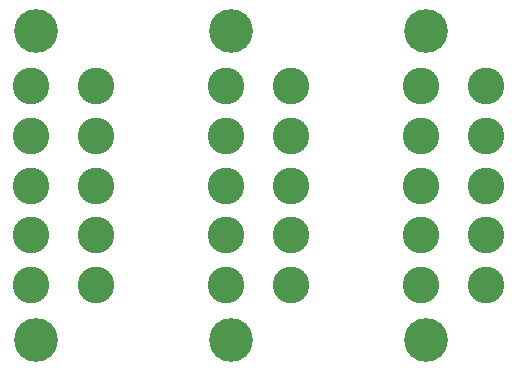
<source format=gbs>
G04 #@! TF.FileFunction,Soldermask,Bot*
%FSLAX46Y46*%
G04 Gerber Fmt 4.6, Leading zero omitted, Abs format (unit mm)*
G04 Created by KiCad (PCBNEW 4.0.0-rc1-stable) date 10/13/2015 3:48:19 PM*
%MOMM*%
G01*
G04 APERTURE LIST*
%ADD10C,0.100000*%
%ADD11C,3.100000*%
%ADD12C,3.700000*%
G04 APERTURE END LIST*
D10*
D11*
X111970000Y-125730000D03*
X106470000Y-125730000D03*
X111970000Y-129930000D03*
X106470000Y-129930000D03*
X111970000Y-134130000D03*
X106470000Y-134130000D03*
X106470000Y-121530000D03*
X111970000Y-121530000D03*
X106470000Y-117330000D03*
X111970000Y-117330000D03*
D12*
X106930000Y-138830000D03*
X106930000Y-112630000D03*
D11*
X144990000Y-125730000D03*
X139490000Y-125730000D03*
X144990000Y-129930000D03*
X139490000Y-129930000D03*
X144990000Y-134130000D03*
X139490000Y-134130000D03*
X139490000Y-121530000D03*
X144990000Y-121530000D03*
X139490000Y-117330000D03*
X144990000Y-117330000D03*
D12*
X139950000Y-138830000D03*
X139950000Y-112630000D03*
D11*
X128480000Y-125730000D03*
X122980000Y-125730000D03*
X128480000Y-129930000D03*
X122980000Y-129930000D03*
X128480000Y-134130000D03*
X122980000Y-134130000D03*
X122980000Y-121530000D03*
X128480000Y-121530000D03*
X122980000Y-117330000D03*
X128480000Y-117330000D03*
D12*
X123440000Y-138830000D03*
X123440000Y-112630000D03*
M02*

</source>
